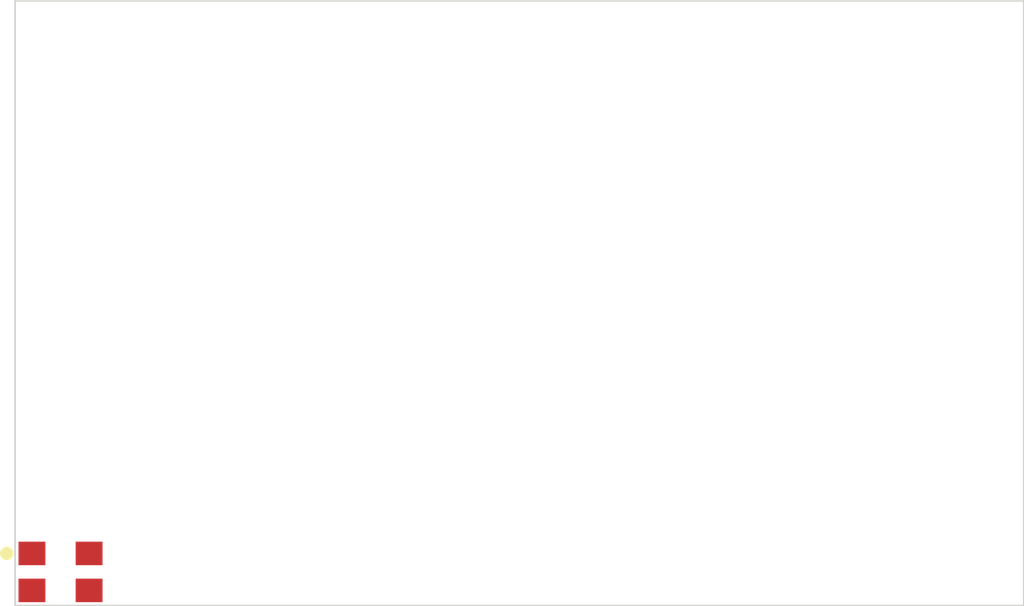
<source format=kicad_pcb>
(kicad_pcb (version 20171130) (host pcbnew 5.0.2)
  (general
    (links 0)
    (no_connects 0)
    (area 0 0 0 0)
    (thickness 1.6)
    (drawings 10)
    (tracks 0)
    (zones 0)
    (modules 0)
    (nets 1))
  (page A4)  (layers
    (0 F.Cu signal)
    (1 In1.Cu signal)
    (2 In2.Cu signal)
    (31 B.Cu signal)
    (32 B.Adhes user)
    (33 F.Adhes user)
    (34 B.Paste user)
    (35 F.Paste user)
    (36 B.SilkS user)
    (37 F.SilkS user)
    (38 B.Mask user)
    (39 F.Mask user)
    (40 Dwgs.User user)
    (41 Cmts.User user)
    (42 Eco1.User user)
    (43 Eco2.User user)
    (44 Edge.Cuts user)
    (45 Margin user)
    (46 B.CrtYd user)
    (47 F.CrtYd user)
    (48 B.Fab user)
    (49 F.Fab user))
  (setup
    (last_trace_width 0)
    (trace_clearance 0.0635)
    (zone_clearance 0)
    (zone_45_only no)
    (trace_min 0.0635)
    (segment_width 0.2)
    (edge_width 0.15)
    (via_size 0.3055)
    (via_drill 0.0635)
    (via_min_size 0.3055)
    (via_min_drill 0.0635)
    (uvia_size 0.01)
    (uvia_drill 0)
    (uvias_allowed no)
    (uvia_min_size 0)
    (uvia_min_drill 0)
    (pcb_text_width 0.3)
    (pcb_text_size 1.5 1.5)
    (mod_edge_width 0.15)
    (mod_text_size 1 1)
    (mod_text_width 0.15)
    (pad_size 1.524 1.524)
    (pad_drill 0.762)
    (pad_to_mask_clearance 0.051)
    (aux_axis_origin 0 0)
    (visible_elements FFFFFF7F)
    (pcbplotparams
      (layerselection 0x00030_80000001)
      (usegerberextensions false)
      (excludeedgelayer true)
      (linewidth 0.050000)
      (plotframeref false)
      (viasonmask false)
      (mode 1)
      (useauxorigin false)
      (hpglpennumber 1)
      (hpglpenspeed 20)
      (hpglpendiameter 15)
      (hpglpenoverlay 2)
      (psnegative false)
      (psa4output false)
      (plotreference true)
      (plotvalue true)
      (plotinvisibletext false)
      (padsonsilk false)
      (subtractmaskfromsilk false)
      (outputformat 1)
      (mirror false)
      (drillshape 1)
      (scaleselection 1)
      (outputdirectory ""))
  )
  (module jitpcb-design:rgb_2020 (layer F.Cu) (tedit 00000000)
    (at 134.851599693298 112.998399734497 0.0)
    (pad 1 smd rect
      (at -0.85 -0.55 0.0)
      (size 0.8 0.7)
      (layers F.Cu))
    (pad 2 smd rect
      (at 0.85 -0.55 0.0)
      (size 0.8 0.7)
      (layers F.Cu))
    (pad 3 smd rect
      (at -0.85 0.55 0.0)
      (size 0.8 0.7)
      (layers F.Cu))
    (pad 4 smd rect
      (at 0.85 0.55 0.0)
      (size 0.8 0.7)
      (layers F.Cu))
    (fp_poly (pts (xy -1.25 -0.2) (xy -0.45 -0.2) (xy -0.45 -0.9) (xy -1.25 -0.9)) (layer F.Paste) (width 0))
    (fp_poly (pts (xy -1.25 -0.2) (xy -0.45 -0.2) (xy -0.45 -0.9) (xy -1.25 -0.9)) (layer F.Mask) (width 0))
    (fp_poly (pts (xy 0.45 -0.2) (xy 1.25 -0.2) (xy 1.25 -0.9) (xy 0.45 -0.9)) (layer F.Paste) (width 0))
    (fp_poly (pts (xy 0.45 -0.2) (xy 1.25 -0.2) (xy 1.25 -0.9) (xy 0.45 -0.9)) (layer F.Mask) (width 0))
    (fp_poly (pts (xy -1.25 0.9) (xy -0.45 0.9) (xy -0.45 0.2) (xy -1.25 0.2)) (layer F.Paste) (width 0))
    (fp_poly (pts (xy -1.25 0.9) (xy -0.45 0.9) (xy -0.45 0.2) (xy -1.25 0.2)) (layer F.Mask) (width 0))
    (fp_poly (pts (xy 0.45 0.9) (xy 1.25 0.9) (xy 1.25 0.2) (xy 0.45 0.2)) (layer F.Paste) (width 0))
    (fp_poly (pts (xy 0.45 0.9) (xy 1.25 0.9) (xy 1.25 0.2) (xy 0.45 0.2)) (layer F.Mask) (width 0))
    (fp_line (start -1.25 0.9) (end 1.25 0.9) (layer F.CrtYd) (width 0.05))
    (fp_line (start 1.25 0.9) (end 1.25 -0.9) (layer F.CrtYd) (width 0.05))
    (fp_line (start 1.25 -0.9) (end -1.25 -0.9) (layer F.CrtYd) (width 0.05))
    (fp_line (start -1.25 -0.9) (end -1.25 0.9) (layer F.CrtYd) (width 0.05))
    (fp_poly (pts (xy -1.4 -0.55) (xy -1.40384294391935 -0.589018064403226) (xy -1.41522409349774 -0.626536686473018) (xy -1.43370607753949 -0.66111404660392) (xy -1.45857864376269 -0.691421356237309) (xy -1.48888595339608 -0.716293922460509) (xy -1.52346331352698 -0.734775906502257) (xy -1.56098193559677 -0.746157056080646) (xy -1.6 -0.75) (xy -1.63901806440323 -0.746157056080646) (xy -1.67653668647302 -0.734775906502257) (xy -1.71111404660392 -0.716293922460509) (xy -1.74142135623731 -0.69142135623731) (xy -1.76629392246051 -0.66111404660392) (xy -1.78477590650226 -0.626536686473018) (xy -1.79615705608065 -0.589018064403226) (xy -1.8 -0.55) (xy -1.79615705608065 -0.510981935596774) (xy -1.78477590650226 -0.473463313526982) (xy -1.76629392246051 -0.43888595339608) (xy -1.74142135623731 -0.408578643762691) (xy -1.71111404660392 -0.383706077539491) (xy -1.67653668647302 -0.365224093497743) (xy -1.63901806440323 -0.353842943919354) (xy -1.6 -0.35) (xy -1.56098193559677 -0.353842943919354) (xy -1.52346331352698 -0.365224093497743) (xy -1.48888595339608 -0.383706077539491) (xy -1.45857864376269 -0.40857864376269) (xy -1.43370607753949 -0.43888595339608) (xy -1.41522409349774 -0.473463313526982) (xy -1.40384294391935 -0.510981935596774)) (layer F.SilkS) (width 0))
)
  (gr_line (start 133.5 114.0) (end 163.5 114.0) (layer Edge.Cuts) (width 0.05))
  (gr_line (start 163.5 114.0) (end 163.5 96.0) (layer Edge.Cuts) (width 0.05))
  (gr_line (start 163.5 96.0) (end 133.5 96.0) (layer Edge.Cuts) (width 0.05))
  (gr_line (start 133.5 96.0) (end 133.5 114.0) (layer Edge.Cuts) (width 0.05))
  
  (net_class Default "This is the Default net class."
      (clearance 0.0635)
      (trace_width 0.0635)
      (via_dia 0.3055)
      (via_drill 0.0635)
      (uvia_dia 0.01)
      (uvia_drill 0)
      
      )
  )
</source>
